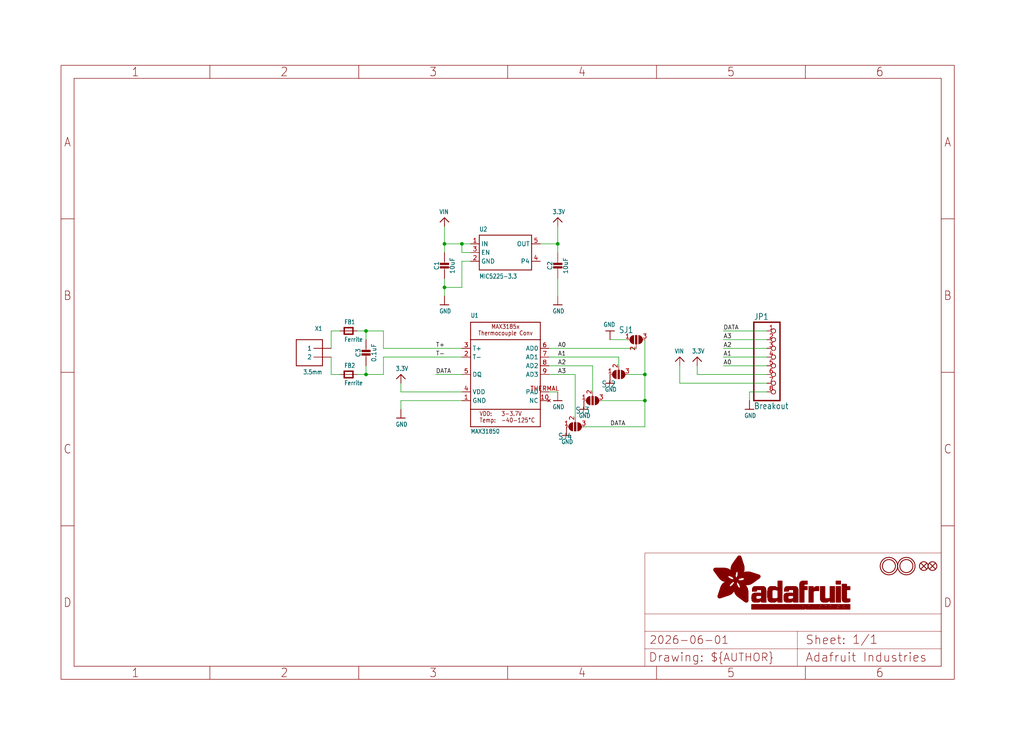
<source format=kicad_sch>
(kicad_sch (version 20231120) (generator "eeschema") (generator_version "8.0")
  (paper "User" 298.45 217.322)
  (lib_symbols
    (symbol "Adafruit MAX31850-eagle-import:3.3V" (power)
      (symbol "3.3V_1_0"
        (pin power_in line (at 0 -2.54 90) (length 2.54) (name "3.3V") (number "1"))
      )
    )
    (symbol "Adafruit MAX31850-eagle-import:CAP_CERAMIC0805-NOOUTLINE"
      (property "Reference" "C" (at -2.29 1.25 90))
      (symbol "CAP_CERAMIC0805-NOOUTLINE_1_0"
        (pin passive line (at 0 5.08 270) (length 2.54) (name "1") (number "1"))
        (pin passive line (at 0 -2.54 90) (length 2.54) (name "2") (number "2"))
      )
    )
    (symbol "Adafruit MAX31850-eagle-import:FERRITE0805"
      (property "Reference" "FB" (at -1.27 1.905 0))
      (symbol "FERRITE0805_1_0"
        (pin passive line (at -2.54 0 0) (length 2.54) (name "P$1") (number "1"))
        (pin passive line (at 2.54 0 180) (length 2.54) (name "P$2") (number "2"))
      )
    )
    (symbol "Adafruit MAX31850-eagle-import:FIDUCIAL{dblquote}{dblquote}")
    (symbol "Adafruit MAX31850-eagle-import:FRAME_A4_ADAFRUIT"
      (symbol "FRAME_A4_ADAFRUIT_1_0"
        (text "${#}/${##}" (at 230.505 10.16 0) (effects (font (size 2.54 2.54)) (justify left bottom)))
        (text "${AUTHOR}" (at 189.23 5.08 0) (effects (font (size 2.286 2.286)) (justify left bottom)))
        (text "${CURRENT_DATE}" (at 171.45 10.16 0) (effects (font (size 2.286 2.286)) (justify left bottom)))
        (text "${PROJECTNAME}" (at 171.45 15.24 0) (effects (font (size 2.54 2.54)) (justify left bottom)))
        (text "1" (at 21.6958 1.905 0) (effects (font (size 2.54 2.286))))
        (text "1" (at 21.6958 177.165 0) (effects (font (size 2.54 2.286))))
        (text "2" (at 65.0875 1.905 0) (effects (font (size 2.54 2.286))))
        (text "2" (at 65.0875 177.165 0) (effects (font (size 2.54 2.286))))
        (text "3" (at 108.4792 1.905 0) (effects (font (size 2.54 2.286))))
        (text "3" (at 108.4792 177.165 0) (effects (font (size 2.54 2.286))))
        (text "4" (at 151.8708 1.905 0) (effects (font (size 2.54 2.286))))
        (text "4" (at 151.8708 177.165 0) (effects (font (size 2.54 2.286))))
        (text "5" (at 195.2625 1.905 0) (effects (font (size 2.54 2.286))))
        (text "5" (at 195.2625 177.165 0) (effects (font (size 2.54 2.286))))
        (text "6" (at 238.6542 1.905 0) (effects (font (size 2.54 2.286))))
        (text "6" (at 238.6542 177.165 0) (effects (font (size 2.54 2.286))))
        (text "A" (at 1.905 156.6863 0) (effects (font (size 2.54 2.286))))
        (text "A" (at 258.445 156.6863 0) (effects (font (size 2.54 2.286))))
        (text "Adafruit Industries" (at 216.916 4.953 0) (effects (font (size 2.54 2.54)) (justify left bottom)))
        (text "B" (at 1.905 111.9188 0) (effects (font (size 2.54 2.286))))
        (text "B" (at 258.445 111.9188 0) (effects (font (size 2.54 2.286))))
        (text "C" (at 1.905 67.1513 0) (effects (font (size 2.54 2.286))))
        (text "C" (at 258.445 67.1513 0) (effects (font (size 2.54 2.286))))
        (text "D" (at 1.905 22.3838 0) (effects (font (size 2.54 2.286))))
        (text "D" (at 258.445 22.3838 0) (effects (font (size 2.54 2.286))))
        (text "Drawing:" (at 171.196 4.953 0) (effects (font (size 2.54 2.54)) (justify left bottom)))
        (text "Sheet:" (at 216.916 10.033 0) (effects (font (size 2.54 2.54)) (justify left bottom)))
      )
    )
    (symbol "Adafruit MAX31850-eagle-import:GND" (power)
      (symbol "GND_1_0"
        (pin power_in line (at 0 2.54 270) (length 2.54) (name "GND") (number "1"))
      )
    )
    (symbol "Adafruit MAX31850-eagle-import:HEADER-1X870MIL"
      (property "Reference" "JP" (at -6.35 13.335 0))
      (symbol "HEADER-1X870MIL_1_0"
        (pin passive inverted (at -2.54 10.16 0) (length 2.54) (name "1") (number "1"))
        (pin passive inverted (at -2.54 7.62 0) (length 2.54) (name "2") (number "2"))
        (pin passive inverted (at -2.54 5.08 0) (length 2.54) (name "3") (number "3"))
        (pin passive inverted (at -2.54 2.54 0) (length 2.54) (name "4") (number "4"))
        (pin passive inverted (at -2.54 0 0) (length 2.54) (name "5") (number "5"))
        (pin passive inverted (at -2.54 -2.54 0) (length 2.54) (name "6") (number "6"))
        (pin passive inverted (at -2.54 -5.08 0) (length 2.54) (name "7") (number "7"))
        (pin passive inverted (at -2.54 -7.62 0) (length 2.54) (name "8") (number "8"))
      )
    )
    (symbol "Adafruit MAX31850-eagle-import:MAX3185X"
      (property "Reference" "U" (at -10.16 16.51 0))
      (symbol "MAX3185X_1_0"
        (text "-40-125°C" (at -1.27 -13.335 0) (effects (font (size 1.27 1.0795)) (justify left)))
        (text "3-3.7V" (at -1.27 -11.43 0) (effects (font (size 1.27 1.0795)) (justify left)))
        (text "MAX3185x" (at 0 13.97 0) (effects (font (size 1.27 1.0795))))
        (text "Temp:" (at -7.62 -13.335 0) (effects (font (size 1.27 1.0795)) (justify left)))
        (text "Thermocouple Conv" (at 0 12.065 0) (effects (font (size 1.27 1.0795))))
        (text "VDD:" (at -7.62 -11.43 0) (effects (font (size 1.27 1.0795)) (justify left)))
        (pin power_in line (at -12.7 -7.62 0) (length 2.54) (name "GND") (number "1"))
        (pin no_connect line (at 12.7 -7.62 180) (length 2.54) (name "NC") (number "10"))
        (pin input line (at -12.7 5.08 0) (length 2.54) (name "T-") (number "2"))
        (pin input line (at -12.7 7.62 0) (length 2.54) (name "T+") (number "3"))
        (pin power_in line (at -12.7 -5.08 0) (length 2.54) (name "VDD") (number "4"))
        (pin bidirectional line (at -12.7 0 0) (length 2.54) (name "DQ") (number "5"))
        (pin input line (at 12.7 7.62 180) (length 2.54) (name "AD0") (number "6"))
        (pin input line (at 12.7 5.08 180) (length 2.54) (name "AD1") (number "7"))
        (pin input line (at 12.7 2.54 180) (length 2.54) (name "AD2") (number "8"))
        (pin input line (at 12.7 0 180) (length 2.54) (name "AD3") (number "9"))
        (pin passive line (at 12.7 -5.08 180) (length 2.54) (name "PAD") (number "THERMAL"))
      )
    )
    (symbol "Adafruit MAX31850-eagle-import:MOUNTINGHOLE2.5")
    (symbol "Adafruit MAX31850-eagle-import:SOLDERJUMPER_2WAY"
      (property "Reference" "SJ" (at -5.08 -3.81 0))
      (symbol "SOLDERJUMPER_2WAY_1_0"
        (pin passive line (at -2.54 0 0) (length 0) (name "1") (number "1"))
        (pin passive line (at 0 2.54 270) (length 0) (name "2") (number "2"))
        (pin passive line (at 2.54 0 180) (length 0) (name "3") (number "3"))
      )
    )
    (symbol "Adafruit MAX31850-eagle-import:TERMBLOCK_1X2"
      (property "Reference" "X" (at -2.54 7.62 0))
      (symbol "TERMBLOCK_1X2_1_0"
        (pin passive line (at -5.08 2.54 0) (length 5.08) (name "1") (number "1"))
        (pin passive line (at -5.08 0 0) (length 5.08) (name "2") (number "2"))
      )
    )
    (symbol "Adafruit MAX31850-eagle-import:VIN" (power)
      (symbol "VIN_1_0"
        (pin power_in line (at 0 -2.54 90) (length 2.54) (name "VIN") (number "1"))
      )
    )
    (symbol "Adafruit MAX31850-eagle-import:VREG_SOT23-5"
      (property "Reference" "U" (at -7.62 6.096 0))
      (symbol "VREG_SOT23-5_1_0"
        (pin power_in line (at -10.16 2.54 0) (length 2.54) (name "IN") (number "1"))
        (pin power_in line (at -10.16 -2.54 0) (length 2.54) (name "GND") (number "2"))
        (pin input line (at -10.16 0 0) (length 2.54) (name "EN") (number "3"))
        (pin bidirectional line (at 10.16 -2.54 180) (length 2.54) (name "P4") (number "4"))
        (pin power_in line (at 10.16 2.54 180) (length 2.54) (name "OUT") (number "5"))
      )
    )
  )
  (junction (at 162.56 71.12))
  (junction (at 134.62 71.12))
  (junction (at 129.54 83.82))
  (junction (at 187.96 109.22))
  (junction (at 129.54 71.12))
  (junction (at 106.68 96.52))
  (junction (at 187.96 116.84))
  (junction (at 106.68 109.22))
  (wire (pts (xy 170.18 124.46) (xy 187.96 124.46)) (stroke (width 0.1524)))
  (wire (pts (xy 203.2 109.22) (xy 203.2 106.68)) (stroke (width 0.1524)))
  (wire (pts (xy 96.52 96.52) (xy 99.06 96.52)) (stroke (width 0.1524)))
  (wire (pts (xy 134.62 71.12) (xy 129.54 71.12)) (stroke (width 0.1524)))
  (wire (pts (xy 134.62 116.84) (xy 116.84 116.84)) (stroke (width 0.1524)))
  (wire (pts (xy 157.48 71.12) (xy 162.56 71.12)) (stroke (width 0.1524)))
  (wire (pts (xy 96.52 109.22) (xy 99.06 109.22)) (stroke (width 0.1524)))
  (wire (pts (xy 167.64 121.92) (xy 167.64 109.22)) (stroke (width 0.1524)))
  (wire (pts (xy 210.82 99.06) (xy 223.52 99.06)) (stroke (width 0.1524)))
  (wire (pts (xy 106.68 109.22) (xy 106.68 106.68)) (stroke (width 0.1524)))
  (wire (pts (xy 187.96 116.84) (xy 187.96 109.22)) (stroke (width 0.1524)))
  (wire (pts (xy 106.68 96.52) (xy 111.76 96.52)) (stroke (width 0.1524)))
  (wire (pts (xy 116.84 116.84) (xy 116.84 119.38)) (stroke (width 0.1524)))
  (wire (pts (xy 96.52 104.14) (xy 96.52 109.22)) (stroke (width 0.1524)))
  (wire (pts (xy 187.96 109.22) (xy 187.96 99.06)) (stroke (width 0.1524)))
  (wire (pts (xy 223.52 109.22) (xy 203.2 109.22)) (stroke (width 0.1524)))
  (wire (pts (xy 223.52 114.3) (xy 218.44 114.3)) (stroke (width 0.1524)))
  (wire (pts (xy 129.54 71.12) (xy 129.54 66.04)) (stroke (width 0.1524)))
  (wire (pts (xy 134.62 83.82) (xy 134.62 76.2)) (stroke (width 0.1524)))
  (wire (pts (xy 137.16 71.12) (xy 134.62 71.12)) (stroke (width 0.1524)))
  (wire (pts (xy 162.56 71.12) (xy 162.56 66.04)) (stroke (width 0.1524)))
  (wire (pts (xy 134.62 73.66) (xy 134.62 71.12)) (stroke (width 0.1524)))
  (wire (pts (xy 160.02 106.68) (xy 172.72 106.68)) (stroke (width 0.1524)))
  (wire (pts (xy 160.02 101.6) (xy 185.42 101.6)) (stroke (width 0.1524)))
  (wire (pts (xy 134.62 76.2) (xy 137.16 76.2)) (stroke (width 0.1524)))
  (wire (pts (xy 129.54 83.82) (xy 129.54 81.28)) (stroke (width 0.1524)))
  (wire (pts (xy 172.72 106.68) (xy 172.72 114.3)) (stroke (width 0.1524)))
  (wire (pts (xy 198.12 111.76) (xy 198.12 106.68)) (stroke (width 0.1524)))
  (wire (pts (xy 162.56 114.3) (xy 160.02 114.3)) (stroke (width 0.1524)))
  (wire (pts (xy 111.76 101.6) (xy 134.62 101.6)) (stroke (width 0.1524)))
  (wire (pts (xy 129.54 83.82) (xy 134.62 83.82)) (stroke (width 0.1524)))
  (wire (pts (xy 137.16 73.66) (xy 134.62 73.66)) (stroke (width 0.1524)))
  (wire (pts (xy 175.26 116.84) (xy 187.96 116.84)) (stroke (width 0.1524)))
  (wire (pts (xy 180.34 104.14) (xy 180.34 106.68)) (stroke (width 0.1524)))
  (wire (pts (xy 116.84 114.3) (xy 116.84 111.76)) (stroke (width 0.1524)))
  (wire (pts (xy 187.96 124.46) (xy 187.96 116.84)) (stroke (width 0.1524)))
  (wire (pts (xy 134.62 104.14) (xy 111.76 104.14)) (stroke (width 0.1524)))
  (wire (pts (xy 129.54 73.66) (xy 129.54 71.12)) (stroke (width 0.1524)))
  (wire (pts (xy 111.76 96.52) (xy 111.76 101.6)) (stroke (width 0.1524)))
  (wire (pts (xy 134.62 114.3) (xy 116.84 114.3)) (stroke (width 0.1524)))
  (wire (pts (xy 111.76 109.22) (xy 106.68 109.22)) (stroke (width 0.1524)))
  (wire (pts (xy 162.56 71.12) (xy 162.56 73.66)) (stroke (width 0.1524)))
  (wire (pts (xy 182.88 109.22) (xy 187.96 109.22)) (stroke (width 0.1524)))
  (wire (pts (xy 162.56 81.28) (xy 162.56 86.36)) (stroke (width 0.1524)))
  (wire (pts (xy 223.52 111.76) (xy 198.12 111.76)) (stroke (width 0.1524)))
  (wire (pts (xy 210.82 101.6) (xy 223.52 101.6)) (stroke (width 0.1524)))
  (wire (pts (xy 129.54 86.36) (xy 129.54 83.82)) (stroke (width 0.1524)))
  (wire (pts (xy 160.02 104.14) (xy 180.34 104.14)) (stroke (width 0.1524)))
  (wire (pts (xy 182.88 99.06) (xy 177.8 99.06)) (stroke (width 0.1524)))
  (wire (pts (xy 111.76 104.14) (xy 111.76 109.22)) (stroke (width 0.1524)))
  (wire (pts (xy 96.52 101.6) (xy 96.52 96.52)) (stroke (width 0.1524)))
  (wire (pts (xy 104.14 109.22) (xy 106.68 109.22)) (stroke (width 0.1524)))
  (wire (pts (xy 210.82 106.68) (xy 223.52 106.68)) (stroke (width 0.1524)))
  (wire (pts (xy 160.02 109.22) (xy 167.64 109.22)) (stroke (width 0.1524)))
  (wire (pts (xy 134.62 109.22) (xy 127 109.22)) (stroke (width 0.1524)))
  (wire (pts (xy 106.68 96.52) (xy 106.68 99.06)) (stroke (width 0.1524)))
  (wire (pts (xy 210.82 104.14) (xy 223.52 104.14)) (stroke (width 0.1524)))
  (wire (pts (xy 104.14 96.52) (xy 106.68 96.52)) (stroke (width 0.1524)))
  (wire (pts (xy 218.44 114.3) (xy 218.44 116.84)) (stroke (width 0.1524)))
  (wire (pts (xy 223.52 96.52) (xy 210.82 96.52)) (stroke (width 0.1524)))
  (label "A2" (at 162.56 106.68 0) (effects (font (size 1.2446 1.2446))))
  (label "A0" (at 210.82 106.68 0) (effects (font (size 1.2446 1.2446))))
  (label "A1" (at 210.82 104.14 0) (effects (font (size 1.2446 1.2446))))
  (label "T-" (at 127 104.14 0) (effects (font (size 1.2446 1.2446))))
  (label "A1" (at 162.56 104.14 0) (effects (font (size 1.2446 1.2446))))
  (label "DATA" (at 177.8 124.46 0) (effects (font (size 1.2446 1.2446))))
  (label "A2" (at 210.82 101.6 0) (effects (font (size 1.2446 1.2446))))
  (label "T+" (at 127 101.6 0) (effects (font (size 1.2446 1.2446))))
  (label "A3" (at 162.56 109.22 0) (effects (font (size 1.2446 1.2446))))
  (label "DATA" (at 210.82 96.52 0) (effects (font (size 1.2446 1.2446))))
  (label "A0" (at 162.56 101.6 0) (effects (font (size 1.2446 1.2446))))
  (label "DATA" (at 127 109.22 0) (effects (font (size 1.2446 1.2446))))
  (label "A3" (at 210.82 99.06 0) (effects (font (size 1.2446 1.2446))))
  (symbol (lib_id "Adafruit MAX31850-eagle-import:CAP_CERAMIC0805-NOOUTLINE") (at 129.54 78.74 0) (unit 1)
    (property "Reference" "C1" (at 127.25 77.49 90))
    (property "Value" "10uF" (at 131.84 77.49 90))
    (property "Footprint" "Adafruit MAX31850:0805-NO" (effects (hide yes)))
  )
  (symbol (lib_id "Adafruit MAX31850-eagle-import:GND") (at 162.56 88.9 0) (unit 1)
    (property "Reference" "#U$4" (effects (hide yes)))
    (property "Value" "GND" (at 161.036 91.44 0) (effects (font (size 1.27 1.0795)) (justify left bottom)))
  )
  (symbol (lib_id "Adafruit MAX31850-eagle-import:GND") (at 162.56 116.84 0) (unit 1)
    (property "Reference" "#U$17" (effects (hide yes)))
    (property "Value" "GND" (at 161.036 119.38 0) (effects (font (size 1.27 1.0795)) (justify left bottom)))
  )
  (symbol (lib_id "Adafruit MAX31850-eagle-import:MOUNTINGHOLE2.5") (at 259.08 165.1 0) (unit 1)
    (property "Reference" "U$9" (effects (hide yes)))
    (property "Value" "MOUNTINGHOLE2.5" (effects (hide yes)))
    (property "Footprint" "Adafruit MAX31850:MOUNTINGHOLE_2.5_PLATED" (effects (hide yes)))
  )
  (symbol (lib_id "Adafruit MAX31850-eagle-import:FIDUCIAL{dblquote}{dblquote}") (at 271.78 165.1 0) (unit 1)
    (property "Reference" "FID1" (effects (hide yes)))
    (property "Value" "FIDUCIAL{dblquote}{dblquote}" (effects (hide yes)))
    (property "Footprint" "Adafruit MAX31850:FIDUCIAL_1MM" (effects (hide yes)))
  )
  (symbol (lib_id "Adafruit MAX31850-eagle-import:3.3V") (at 116.84 109.22 0) (unit 1)
    (property "Reference" "#U$6" (effects (hide yes)))
    (property "Value" "3.3V" (at 115.316 108.204 0) (effects (font (size 1.27 1.0795)) (justify left bottom)))
  )
  (symbol (lib_id "Adafruit MAX31850-eagle-import:GND") (at 129.54 88.9 0) (unit 1)
    (property "Reference" "#U$3" (effects (hide yes)))
    (property "Value" "GND" (at 128.016 91.44 0) (effects (font (size 1.27 1.0795)) (justify left bottom)))
  )
  (symbol (lib_id "Adafruit MAX31850-eagle-import:MOUNTINGHOLE2.5") (at 264.16 165.1 0) (unit 1)
    (property "Reference" "U$8" (effects (hide yes)))
    (property "Value" "MOUNTINGHOLE2.5" (effects (hide yes)))
    (property "Footprint" "Adafruit MAX31850:MOUNTINGHOLE_2.5_PLATED" (effects (hide yes)))
  )
  (symbol (lib_id "Adafruit MAX31850-eagle-import:FERRITE0805") (at 101.6 96.52 0) (unit 1)
    (property "Reference" "FB1" (at 100.33 94.615 0) (effects (font (size 1.27 1.0795)) (justify left bottom)))
    (property "Value" "Ferrite" (at 100.33 99.695 0) (effects (font (size 1.27 1.0795)) (justify left bottom)))
    (property "Footprint" "Adafruit MAX31850:0805" (effects (hide yes)))
  )
  (symbol (lib_id "Adafruit MAX31850-eagle-import:GND") (at 177.8 111.76 0) (unit 1)
    (property "Reference" "#U$12" (effects (hide yes)))
    (property "Value" "GND" (at 176.276 114.3 0) (effects (font (size 1.27 1.0795)) (justify left bottom)))
  )
  (symbol (lib_id "Adafruit MAX31850-eagle-import:VIN") (at 198.12 104.14 0) (unit 1)
    (property "Reference" "#U$14" (effects (hide yes)))
    (property "Value" "VIN" (at 196.596 103.124 0) (effects (font (size 1.27 1.0795)) (justify left bottom)))
  )
  (symbol (lib_id "Adafruit MAX31850-eagle-import:GND") (at 165.1 127 0) (unit 1)
    (property "Reference" "#U$10" (effects (hide yes)))
    (property "Value" "GND" (at 163.576 129.54 0) (effects (font (size 1.27 1.0795)) (justify left bottom)))
  )
  (symbol (lib_id "Adafruit MAX31850-eagle-import:FRAME_A4_ADAFRUIT") (at 17.78 198.12 0) (unit 1)
    (property "Reference" "#U$1" (effects (hide yes)))
    (property "Value" "FRAME_A4_ADAFRUIT" (effects (hide yes)))
  )
  (symbol (lib_id "Adafruit MAX31850-eagle-import:GND") (at 170.18 119.38 0) (unit 1)
    (property "Reference" "#U$11" (effects (hide yes)))
    (property "Value" "GND" (at 168.656 121.92 0) (effects (font (size 1.27 1.0795)) (justify left bottom)))
  )
  (symbol (lib_id "Adafruit MAX31850-eagle-import:FIDUCIAL{dblquote}{dblquote}") (at 269.24 165.1 0) (unit 1)
    (property "Reference" "FID2" (effects (hide yes)))
    (property "Value" "FIDUCIAL{dblquote}{dblquote}" (effects (hide yes)))
    (property "Footprint" "Adafruit MAX31850:FIDUCIAL_1MM" (effects (hide yes)))
  )
  (symbol (lib_id "Adafruit MAX31850-eagle-import:CAP_CERAMIC0805-NOOUTLINE") (at 106.68 104.14 0) (unit 1)
    (property "Reference" "C3" (at 104.39 102.89 90))
    (property "Value" "0.1uF" (at 108.98 102.89 90))
    (property "Footprint" "Adafruit MAX31850:0805-NO" (effects (hide yes)))
  )
  (symbol (lib_id "Adafruit MAX31850-eagle-import:3.3V") (at 203.2 104.14 0) (unit 1)
    (property "Reference" "#U$15" (effects (hide yes)))
    (property "Value" "3.3V" (at 201.676 103.124 0) (effects (font (size 1.27 1.0795)) (justify left bottom)))
  )
  (symbol (lib_id "Adafruit MAX31850-eagle-import:GND") (at 218.44 119.38 0) (unit 1)
    (property "Reference" "#U$16" (effects (hide yes)))
    (property "Value" "GND" (at 216.916 121.92 0) (effects (font (size 1.27 1.0795)) (justify left bottom)))
  )
  (symbol (lib_id "Adafruit MAX31850-eagle-import:FERRITE0805") (at 101.6 109.22 0) (unit 1)
    (property "Reference" "FB2" (at 100.33 107.315 0) (effects (font (size 1.27 1.0795)) (justify left bottom)))
    (property "Value" "Ferrite" (at 100.33 112.395 0) (effects (font (size 1.27 1.0795)) (justify left bottom)))
    (property "Footprint" "Adafruit MAX31850:0805" (effects (hide yes)))
  )
  (symbol (lib_id "Adafruit MAX31850-eagle-import:HEADER-1X870MIL") (at 226.06 106.68 0) (unit 1)
    (property "Reference" "JP1" (at 219.71 93.345 0) (effects (font (size 1.778 1.5113)) (justify left bottom)))
    (property "Value" "Breakout" (at 219.71 119.38 0) (effects (font (size 1.778 1.5113)) (justify left bottom)))
    (property "Footprint" "Adafruit MAX31850:1X08_ROUND_70" (effects (hide yes)))
  )
  (symbol (lib_id "Adafruit MAX31850-eagle-import:GND") (at 177.8 96.52 180) (unit 1)
    (property "Reference" "#U$13" (effects (hide yes)))
    (property "Value" "GND" (at 179.324 93.98 0) (effects (font (size 1.27 1.0795)) (justify left bottom)))
  )
  (symbol (lib_id "Adafruit MAX31850-eagle-import:SOLDERJUMPER_2WAY") (at 167.64 124.46 0) (unit 1)
    (property "Reference" "SJ4" (at 162.56 128.27 0) (effects (font (size 1.778 1.5113)) (justify left bottom)))
    (property "Value" "SOLDERJUMPER_2WAY" (effects (hide yes)))
    (property "Footprint" "Adafruit MAX31850:SOLDERJUMPER_2WAY_OPEN_NOPASTE" (effects (hide yes)))
  )
  (symbol (lib_id "Adafruit MAX31850-eagle-import:CAP_CERAMIC0805-NOOUTLINE") (at 162.56 78.74 0) (unit 1)
    (property "Reference" "C2" (at 160.27 77.49 90))
    (property "Value" "10uF" (at 164.86 77.49 90))
    (property "Footprint" "Adafruit MAX31850:0805-NO" (effects (hide yes)))
  )
  (symbol (lib_id "Adafruit MAX31850-eagle-import:GND") (at 116.84 121.92 0) (unit 1)
    (property "Reference" "#U$7" (effects (hide yes)))
    (property "Value" "GND" (at 115.316 124.46 0) (effects (font (size 1.27 1.0795)) (justify left bottom)))
  )
  (symbol (lib_id "Adafruit MAX31850-eagle-import:SOLDERJUMPER_2WAY") (at 185.42 99.06 0) (mirror x) (unit 1)
    (property "Reference" "SJ1" (at 180.34 95.25 0) (effects (font (size 1.778 1.5113)) (justify left bottom)))
    (property "Value" "SOLDERJUMPER_2WAY" (effects (hide yes)))
    (property "Footprint" "Adafruit MAX31850:SOLDERJUMPER_2WAY_OPEN_NOPASTE" (effects (hide yes)))
  )
  (symbol (lib_id "Adafruit MAX31850-eagle-import:SOLDERJUMPER_2WAY") (at 172.72 116.84 0) (unit 1)
    (property "Reference" "SJ3" (at 167.64 120.65 0) (effects (font (size 1.778 1.5113)) (justify left bottom)))
    (property "Value" "SOLDERJUMPER_2WAY" (effects (hide yes)))
    (property "Footprint" "Adafruit MAX31850:SOLDERJUMPER_2WAY_OPEN_NOPASTE" (effects (hide yes)))
  )
  (symbol (lib_id "Adafruit MAX31850-eagle-import:TERMBLOCK_1X2") (at 91.44 104.14 0) (mirror y) (unit 1)
    (property "Reference" "X1" (at 93.98 96.52 0) (effects (font (size 1.27 1.0795)) (justify left bottom)))
    (property "Value" "3.5mm" (at 93.98 109.22 0) (effects (font (size 1.27 1.0795)) (justify left bottom)))
    (property "Footprint" "Adafruit MAX31850:TERMBLOCK_1X2-3.5MM" (effects (hide yes)))
  )
  (symbol (lib_id "Adafruit MAX31850-eagle-import:3.3V") (at 162.56 63.5 0) (unit 1)
    (property "Reference" "#U$5" (effects (hide yes)))
    (property "Value" "3.3V" (at 161.036 62.484 0) (effects (font (size 1.27 1.0795)) (justify left bottom)))
  )
  (symbol (lib_id "Adafruit MAX31850-eagle-import:MAX3185X") (at 147.32 109.22 0) (unit 1)
    (property "Reference" "U1" (at 137.16 92.71 0) (effects (font (size 1.27 1.0795)) (justify left bottom)))
    (property "Value" "MAX31850" (at 137.16 126.492 0) (effects (font (size 1.27 1.0795)) (justify left bottom)))
    (property "Footprint" "Adafruit MAX31850:TDFN10_3X4MM" (effects (hide yes)))
  )
  (symbol (lib_id "Adafruit MAX31850-eagle-import:VIN") (at 129.54 63.5 0) (unit 1)
    (property "Reference" "#U$2" (effects (hide yes)))
    (property "Value" "VIN" (at 128.016 62.484 0) (effects (font (size 1.27 1.0795)) (justify left bottom)))
  )
  (symbol (lib_id "Adafruit MAX31850-eagle-import:VREG_SOT23-5") (at 147.32 73.66 0) (unit 1)
    (property "Reference" "U2" (at 139.7 67.564 0) (effects (font (size 1.27 1.0795)) (justify left bottom)))
    (property "Value" "MIC5225-3.3" (at 139.7 81.28 0) (effects (font (size 1.27 1.0795)) (justify left bottom)))
    (property "Footprint" "Adafruit MAX31850:SOT23-5" (effects (hide yes)))
  )
  (symbol (lib_id "Adafruit MAX31850-eagle-import:SOLDERJUMPER_2WAY") (at 180.34 109.22 0) (unit 1)
    (property "Reference" "SJ2" (at 175.26 113.03 0) (effects (font (size 1.778 1.5113)) (justify left bottom)))
    (property "Value" "SOLDERJUMPER_2WAY" (effects (hide yes)))
    (property "Footprint" "Adafruit MAX31850:SOLDERJUMPER_2WAY_OPEN_NOPASTE" (effects (hide yes)))
  )
)
</source>
